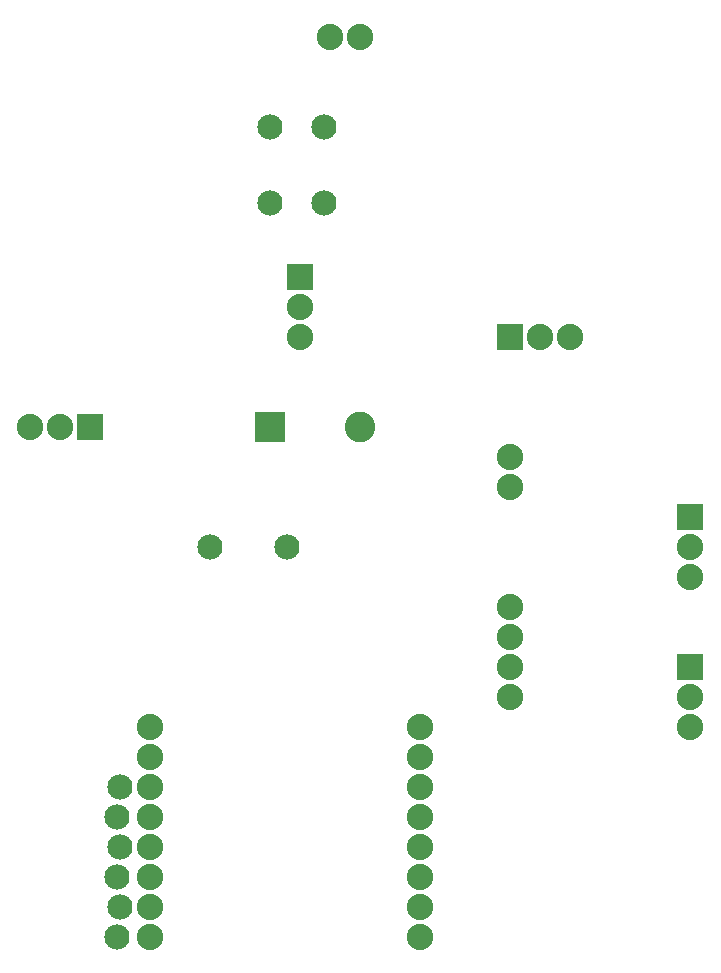
<source format=gbs>
G04 MADE WITH FRITZING*
G04 WWW.FRITZING.ORG*
G04 SINGLE SIDED*
G04 HOLES NOT PLATED*
G04 CONTOUR ON CENTER OF CONTOUR VECTOR*
%ASAXBY*%
%FSLAX23Y23*%
%MOIN*%
%OFA0B0*%
%SFA1.0B1.0*%
%ADD10C,0.088000*%
%ADD11C,0.084000*%
%ADD12C,0.102000*%
%ADD13R,0.088000X0.088000*%
%ADD14R,0.102000X0.102000*%
%LNMASK0*%
G90*
G70*
G54D10*
X1316Y2678D03*
X1316Y2578D03*
X1316Y2478D03*
G54D11*
X706Y478D03*
X716Y578D03*
X706Y678D03*
X716Y778D03*
X706Y878D03*
X716Y978D03*
G54D10*
X2016Y2478D03*
X2116Y2478D03*
X2216Y2478D03*
X1516Y3478D03*
X1416Y3478D03*
X2016Y1578D03*
X2016Y1478D03*
X2016Y1378D03*
X2016Y1278D03*
X2016Y2078D03*
X2016Y1978D03*
G54D12*
X1216Y2178D03*
X1516Y2178D03*
G54D11*
X1394Y3178D03*
X1394Y2922D03*
X1216Y3178D03*
X1216Y2922D03*
G54D10*
X2616Y1378D03*
X2616Y1278D03*
X2616Y1178D03*
G54D11*
X1016Y1778D03*
X1272Y1778D03*
G54D10*
X2616Y1878D03*
X2616Y1778D03*
X2616Y1678D03*
X616Y2178D03*
X516Y2178D03*
X416Y2178D03*
X816Y1178D03*
X816Y1078D03*
X816Y978D03*
X816Y878D03*
X816Y778D03*
X816Y678D03*
X816Y578D03*
X816Y478D03*
X1716Y478D03*
X1716Y578D03*
X1716Y678D03*
X1716Y778D03*
X1716Y878D03*
X1716Y978D03*
X1716Y1078D03*
X1716Y1178D03*
G54D13*
X1316Y2678D03*
X2016Y2478D03*
G54D14*
X1216Y2178D03*
G54D13*
X2616Y1378D03*
X2616Y1878D03*
X616Y2178D03*
G04 End of Mask0*
M02*
</source>
